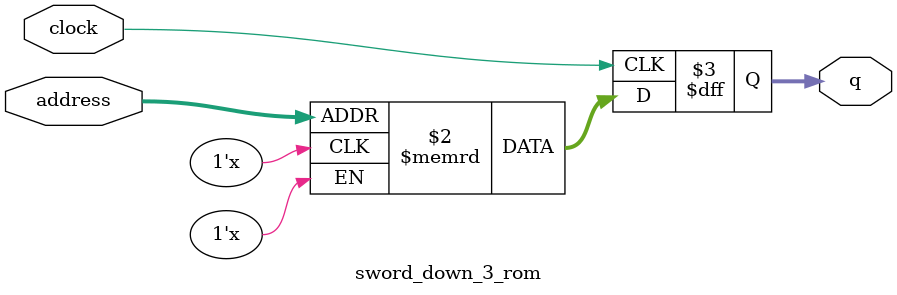
<source format=sv>
module sword_down_3_rom (
	input logic clock,
	input logic [9:0] address,
	output logic [2:0] q
);

logic [2:0] memory [0:1023] /* synthesis ram_init_file = "./sword_down_3/sword_down_3.mif" */;

always_ff @ (posedge clock) begin
	q <= memory[address];
end

endmodule

</source>
